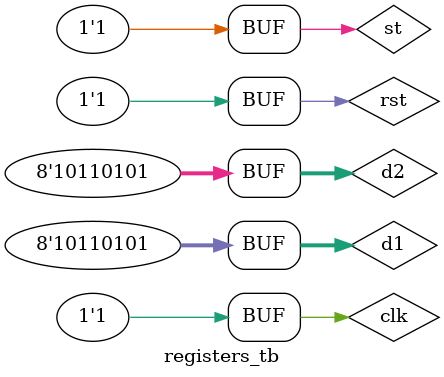
<source format=v>
module registers_tb;
  reg clk,rst,st;
  reg [7:0] d1,d2;
  wire [7:0] q1,q2;
  registers r1(.d1(d1),.d2(d2),.clk(clk),.rst(rst),.st(st),.q1(q1),.q2(q2));
  initial
    begin
      $monitor("rst=%0b,st=%0b,clk=%0b,d1=%b,d2=%b,q1=%b,q2=%b",rst,st,clk,d1,d2,q1,q2);
      rst=0;st=0;clk=0;d1=8'b10110101;d2=8'b10001101;#10;
      rst=0;st=0;clk=1;d1=8'b10110101;d2=8'b10001101;#10;
      rst=0;st=1;clk=0;d1=8'b10100001;d2=8'b11110000;#10;
      rst=0;st=1;clk=1;d1=8'b10100001;d2=8'b11110000;#10;
      rst=1;st=0;clk=0;d1=8'b10110101;d2=8'b10110101;#10;
      rst=1;st=0;clk=1;d1=8'b10110101;d2=8'b10110101;#10;
      rst=1;st=1;clk=1;d1=8'b10110101;d2=8'b10110101;#10;
      rst=1;st=1;clk=1;d1=8'b10110101;d2=8'b10110101;#10;
   end
endmodule
</source>
